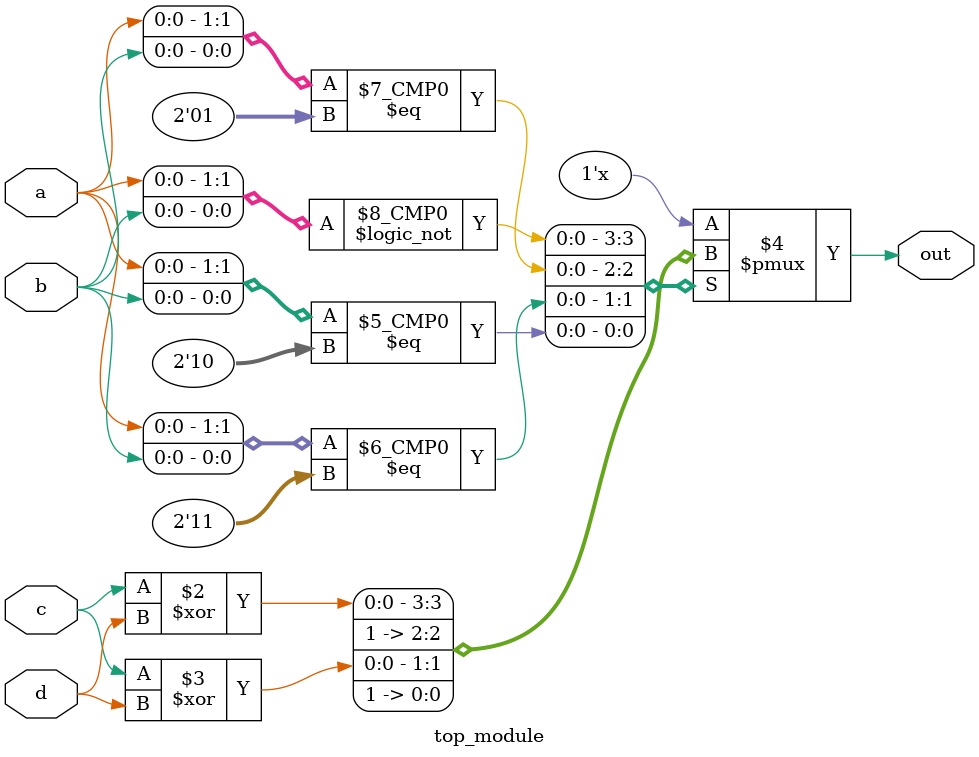
<source format=sv>
module top_module (
    input a,
    input b,
    input c,
    input d,
    output reg out
);

always @(*) begin
    case ({a, b})
        2'b00: out = (c ^ d);
        2'b01: out = 1'b1;
        2'b11: out = (c ^ d);
        2'b10: out = 1'b1;
    endcase
end

endmodule

</source>
